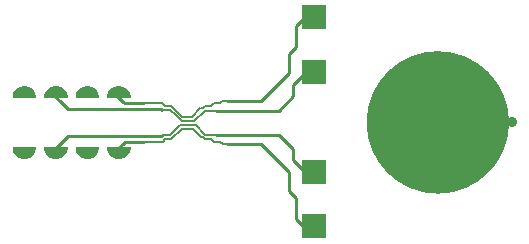
<source format=gbl>
G04*
G04 #@! TF.GenerationSoftware,Altium Limited,Altium Designer,21.2.2 (38)*
G04*
G04 Layer_Physical_Order=2*
G04 Layer_Color=16711680*
%FSLAX44Y44*%
%MOMM*%
G71*
G04*
G04 #@! TF.SameCoordinates,38469D2A-1F5E-4814-807B-87B784357471*
G04*
G04*
G04 #@! TF.FilePolarity,Positive*
G04*
G01*
G75*
%ADD10R,2.0000X2.0000*%
%ADD13C,0.1524*%
%ADD14C,0.2540*%
%ADD15C,0.9000*%
%ADD16C,0.0130*%
G36*
X-360003Y-21000D02*
Y-22317D01*
X-359322Y-24861D01*
X-358004Y-27142D01*
X-356142Y-29004D01*
X-353861Y-30322D01*
X-351317Y-31003D01*
X-348683D01*
X-346139Y-30322D01*
X-343858Y-29004D01*
X-341996Y-27142D01*
X-340679Y-24861D01*
X-339997Y-22317D01*
Y-21000D01*
D01*
X-360003D01*
D02*
G37*
G36*
X-333503D02*
Y-22317D01*
X-332822Y-24861D01*
X-331505Y-27142D01*
X-329642Y-29004D01*
X-327361Y-30322D01*
X-324817Y-31003D01*
X-322183D01*
X-319639Y-30322D01*
X-317358Y-29004D01*
X-315495Y-27142D01*
X-314179Y-24861D01*
X-313497Y-22317D01*
Y-21000D01*
D01*
X-333503D01*
D02*
G37*
G36*
X-339997Y21000D02*
Y22317D01*
X-340679Y24861D01*
X-341996Y27142D01*
X-343858Y29004D01*
X-346139Y30321D01*
X-348683Y31003D01*
X-351317D01*
X-353861Y30321D01*
X-356142Y29004D01*
X-358004Y27142D01*
X-359321Y24861D01*
X-360003Y22317D01*
Y21000D01*
D01*
X-339997D01*
D02*
G37*
G36*
X-313247D02*
Y22317D01*
X-313929Y24861D01*
X-315245Y27142D01*
X-317108Y29004D01*
X-319389Y30321D01*
X-321933Y31003D01*
X-324567D01*
X-327111Y30321D01*
X-329392Y29004D01*
X-331255Y27142D01*
X-332571Y24861D01*
X-333253Y22317D01*
Y21000D01*
D01*
X-313247D01*
D02*
G37*
G36*
X-266139Y30321D02*
X-263858Y29004D01*
X-261996Y27142D01*
X-260679Y24861D01*
X-259997Y22317D01*
Y21000D01*
X-280003D01*
Y22317D01*
X-279321Y24861D01*
X-278004Y27142D01*
X-276142Y29004D01*
X-273861Y30321D01*
X-271317Y31003D01*
X-268683D01*
X-266139Y30321D01*
D02*
G37*
G36*
X-292889D02*
X-290608Y29004D01*
X-288745Y27142D01*
X-287429Y24861D01*
X-286747Y22317D01*
Y21000D01*
X-306753D01*
Y22317D01*
X-306071Y24861D01*
X-304755Y27142D01*
X-302892Y29004D01*
X-300611Y30321D01*
X-298067Y31003D01*
X-295433D01*
X-292889Y30321D01*
D02*
G37*
G36*
X-259997Y-22317D02*
X-260679Y-24861D01*
X-261996Y-27142D01*
X-263858Y-29004D01*
X-266139Y-30322D01*
X-268683Y-31003D01*
X-271317D01*
X-273861Y-30322D01*
X-276142Y-29004D01*
X-278004Y-27142D01*
X-279321Y-24861D01*
X-280003Y-22317D01*
Y-21000D01*
X-259997D01*
Y-22317D01*
D02*
G37*
G36*
X-286747D02*
X-287429Y-24861D01*
X-288745Y-27142D01*
X-290608Y-29004D01*
X-292889Y-30322D01*
X-295433Y-31003D01*
X-298067D01*
X-300611Y-30322D01*
X-302892Y-29004D01*
X-304755Y-27142D01*
X-306071Y-24861D01*
X-306753Y-22317D01*
Y-21000D01*
X-286747D01*
Y-22317D01*
D02*
G37*
G36*
X8805Y59357D02*
X14580Y58208D01*
X20215Y56498D01*
X25656Y54245D01*
X30849Y51469D01*
X35746Y48197D01*
X40298Y44462D01*
X44462Y40298D01*
X48197Y35746D01*
X51469Y30849D01*
X54245Y25656D01*
X56498Y20215D01*
X58208Y14580D01*
X59357Y8805D01*
X59934Y2944D01*
Y0D01*
Y-2944D01*
X59357Y-8805D01*
X58208Y-14580D01*
X56498Y-20215D01*
X54245Y-25656D01*
X51469Y-30849D01*
X48197Y-35746D01*
X44462Y-40298D01*
X40298Y-44462D01*
X35746Y-48197D01*
X30849Y-51469D01*
X25656Y-54245D01*
X20215Y-56498D01*
X14580Y-58208D01*
X8805Y-59357D01*
X2944Y-59934D01*
X-2944D01*
X-8805Y-59357D01*
X-14580Y-58208D01*
X-20215Y-56498D01*
X-25656Y-54245D01*
X-30849Y-51469D01*
X-35746Y-48197D01*
X-40298Y-44462D01*
X-44462Y-40298D01*
X-48197Y-35746D01*
X-51469Y-30849D01*
X-54245Y-25656D01*
X-56498Y-20215D01*
X-58208Y-14580D01*
X-59357Y-8805D01*
X-59934Y-2944D01*
Y0D01*
Y2944D01*
X-59357Y8805D01*
X-58208Y14580D01*
X-56498Y20215D01*
X-54245Y25656D01*
X-51469Y30849D01*
X-48197Y35746D01*
X-44462Y40298D01*
X-40298Y44462D01*
X-35746Y48197D01*
X-30849Y51469D01*
X-25656Y54245D01*
X-20215Y56498D01*
X-14580Y58208D01*
X-8805Y59357D01*
X-2944Y59934D01*
X2944D01*
X8805Y59357D01*
D02*
G37*
D10*
X-105000Y-88000D02*
D03*
Y-42000D02*
D03*
Y43000D02*
D03*
Y89000D02*
D03*
D13*
X-197504Y13751D02*
X-192379D01*
X-189879Y16251D02*
X-184504D01*
X-192379Y13751D02*
X-189879Y16251D01*
X-198817Y12438D02*
X-197504Y13751D01*
X-200567Y12438D02*
X-198817D01*
X-184504Y16251D02*
X-182551Y18204D01*
X-178801D01*
X-197504Y10001D02*
X-188004D01*
X-205129Y-2249D02*
X-197129Y-10249D01*
X-207629Y-5249D02*
X-200629Y-12249D01*
X-207754Y1001D02*
X-206504D01*
X-182176Y-18452D02*
X-178426D01*
X-197129Y-13999D02*
X-192004D01*
X-184129Y-16499D02*
X-182176Y-18452D01*
X-192004Y-13999D02*
X-189504Y-16499D01*
X-184129D01*
X-197129Y-10249D02*
X-187629D01*
X-198442Y-12687D02*
X-197129Y-13999D01*
X-200192Y-12687D02*
X-198442D01*
X-206504Y1001D02*
X-197504Y10001D01*
X-208004Y5001D02*
X-201004Y12001D01*
X-218254Y-2249D02*
X-205129D01*
X-217004Y1001D02*
X-207754D01*
X-217004Y5001D02*
X-208004D01*
X-225629Y-14249D02*
X-216629Y-5249D01*
X-207629D01*
X-232959Y-16329D02*
X-230879Y-14249D01*
X-226879Y-10874D02*
X-218254Y-2249D01*
X-233254Y-10874D02*
X-226879D01*
X-230879Y-14249D02*
X-225629D01*
X-248629Y-16329D02*
X-232959D01*
X-226004Y14001D02*
X-217004Y5001D01*
X-222004Y6001D02*
X-217004Y1001D01*
X-231254Y14001D02*
X-226004D01*
X-226629Y10626D02*
X-222004Y6001D01*
X-233629Y10626D02*
X-226629D01*
X-249004Y16081D02*
X-233334D01*
X-231254Y14001D01*
D14*
X-264706Y-16329D02*
X-248629D01*
X-265815Y-17438D02*
X-264706Y-16329D01*
X-122375Y-31998D02*
X-111125Y-43248D01*
X-125875Y-57998D02*
Y-50998D01*
Y-57998D02*
X-119875Y-63998D01*
Y-81998D02*
Y-63998D01*
Y-81998D02*
X-111125Y-90748D01*
X-149671Y-18452D02*
X-125875Y-42248D01*
Y-50998D02*
Y-42248D01*
X-178426Y-18452D02*
X-149671D01*
X-134374Y-10249D02*
X-122375Y-22248D01*
Y-31998D02*
Y-22248D01*
X-187629Y-10249D02*
X-134374D01*
X-274625Y-26248D02*
X-265815Y-17438D01*
X-327125Y-25498D02*
X-319065Y-17438D01*
X-319065D02*
X-313125Y-11498D01*
X-233878D01*
X-313500Y11250D02*
X-234254D01*
X-319440Y17190D02*
X-313500Y11250D01*
X-234254D02*
X-233629Y10626D01*
X-327500Y25250D02*
X-319440Y17190D01*
X-275000Y26000D02*
X-266190Y17190D01*
X-188004Y10001D02*
X-134749D01*
X-122750Y22000D02*
Y31750D01*
X-134749Y10001D02*
X-122750Y22000D01*
X-111500Y43000D02*
X-105000D01*
X-178801Y18204D02*
X-150046D01*
X-126250Y42000D02*
Y50750D01*
X-150046Y18204D02*
X-126250Y42000D01*
X-120250Y81750D02*
X-111500Y90500D01*
X-120250Y63750D02*
Y81750D01*
X-126250Y57750D02*
X-120250Y63750D01*
X-126250Y50750D02*
Y57750D01*
X-122750Y31750D02*
X-111500Y43000D01*
X-319440Y17190D02*
X-319440D01*
X-266190D02*
X-266190D01*
X-265081Y16081D01*
X-249004D01*
X0Y0D02*
X250Y250D01*
X62500D01*
D15*
D03*
D16*
X59934Y0D02*
G03*
X59934Y0I-59934J0D01*
G01*
M02*

</source>
